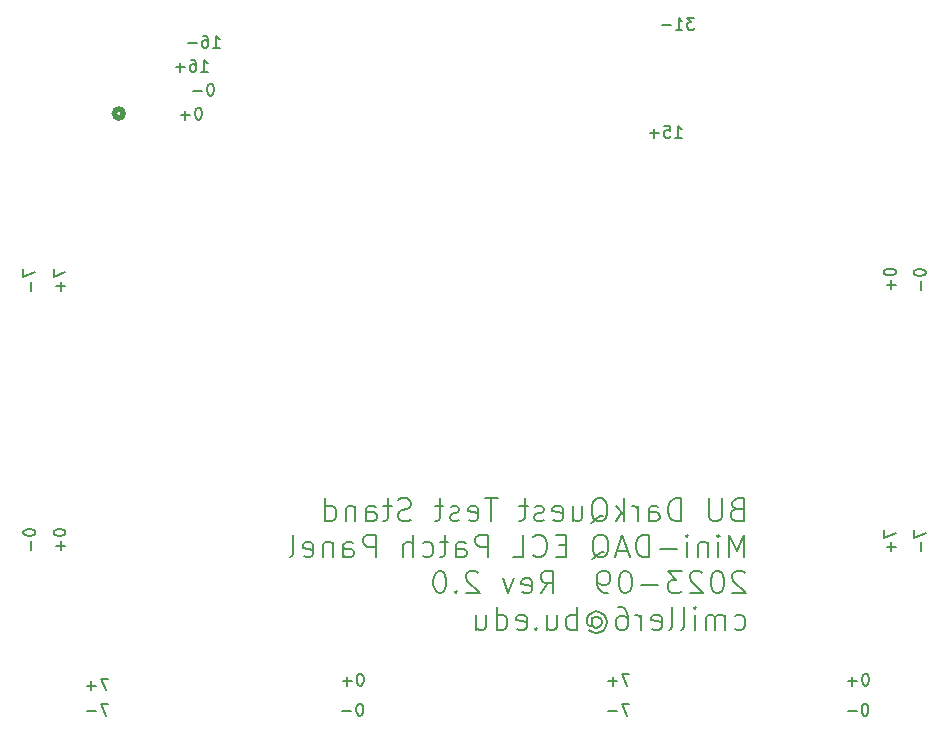
<source format=gbr>
%TF.GenerationSoftware,KiCad,Pcbnew,7.0.5-0*%
%TF.CreationDate,2023-09-20T16:50:09-04:00*%
%TF.ProjectId,patchpanel,70617463-6870-4616-9e65-6c2e6b696361,2.0*%
%TF.SameCoordinates,Original*%
%TF.FileFunction,Legend,Bot*%
%TF.FilePolarity,Positive*%
%FSLAX46Y46*%
G04 Gerber Fmt 4.6, Leading zero omitted, Abs format (unit mm)*
G04 Created by KiCad (PCBNEW 7.0.5-0) date 2023-09-20 16:50:09*
%MOMM*%
%LPD*%
G01*
G04 APERTURE LIST*
%ADD10C,0.150000*%
%ADD11C,0.203200*%
%ADD12C,0.508000*%
G04 APERTURE END LIST*
D10*
X116995411Y-69465819D02*
X117566839Y-69465819D01*
X117281125Y-69465819D02*
X117281125Y-68465819D01*
X117281125Y-68465819D02*
X117376363Y-68608676D01*
X117376363Y-68608676D02*
X117471601Y-68703914D01*
X117471601Y-68703914D02*
X117566839Y-68751533D01*
X116090649Y-68465819D02*
X116566839Y-68465819D01*
X116566839Y-68465819D02*
X116614458Y-68942009D01*
X116614458Y-68942009D02*
X116566839Y-68894390D01*
X116566839Y-68894390D02*
X116471601Y-68846771D01*
X116471601Y-68846771D02*
X116233506Y-68846771D01*
X116233506Y-68846771D02*
X116138268Y-68894390D01*
X116138268Y-68894390D02*
X116090649Y-68942009D01*
X116090649Y-68942009D02*
X116043030Y-69037247D01*
X116043030Y-69037247D02*
X116043030Y-69275342D01*
X116043030Y-69275342D02*
X116090649Y-69370580D01*
X116090649Y-69370580D02*
X116138268Y-69418200D01*
X116138268Y-69418200D02*
X116233506Y-69465819D01*
X116233506Y-69465819D02*
X116471601Y-69465819D01*
X116471601Y-69465819D02*
X116566839Y-69418200D01*
X116566839Y-69418200D02*
X116614458Y-69370580D01*
X115614458Y-69084866D02*
X114852554Y-69084866D01*
X115233506Y-69465819D02*
X115233506Y-68703914D01*
X77879411Y-61845819D02*
X78450839Y-61845819D01*
X78165125Y-61845819D02*
X78165125Y-60845819D01*
X78165125Y-60845819D02*
X78260363Y-60988676D01*
X78260363Y-60988676D02*
X78355601Y-61083914D01*
X78355601Y-61083914D02*
X78450839Y-61131533D01*
X77022268Y-60845819D02*
X77212744Y-60845819D01*
X77212744Y-60845819D02*
X77307982Y-60893438D01*
X77307982Y-60893438D02*
X77355601Y-60941057D01*
X77355601Y-60941057D02*
X77450839Y-61083914D01*
X77450839Y-61083914D02*
X77498458Y-61274390D01*
X77498458Y-61274390D02*
X77498458Y-61655342D01*
X77498458Y-61655342D02*
X77450839Y-61750580D01*
X77450839Y-61750580D02*
X77403220Y-61798200D01*
X77403220Y-61798200D02*
X77307982Y-61845819D01*
X77307982Y-61845819D02*
X77117506Y-61845819D01*
X77117506Y-61845819D02*
X77022268Y-61798200D01*
X77022268Y-61798200D02*
X76974649Y-61750580D01*
X76974649Y-61750580D02*
X76927030Y-61655342D01*
X76927030Y-61655342D02*
X76927030Y-61417247D01*
X76927030Y-61417247D02*
X76974649Y-61322009D01*
X76974649Y-61322009D02*
X77022268Y-61274390D01*
X77022268Y-61274390D02*
X77117506Y-61226771D01*
X77117506Y-61226771D02*
X77307982Y-61226771D01*
X77307982Y-61226771D02*
X77403220Y-61274390D01*
X77403220Y-61274390D02*
X77450839Y-61322009D01*
X77450839Y-61322009D02*
X77498458Y-61417247D01*
X76498458Y-61464866D02*
X75736554Y-61464866D01*
X76688744Y-66941819D02*
X76593506Y-66941819D01*
X76593506Y-66941819D02*
X76498268Y-66989438D01*
X76498268Y-66989438D02*
X76450649Y-67037057D01*
X76450649Y-67037057D02*
X76403030Y-67132295D01*
X76403030Y-67132295D02*
X76355411Y-67322771D01*
X76355411Y-67322771D02*
X76355411Y-67560866D01*
X76355411Y-67560866D02*
X76403030Y-67751342D01*
X76403030Y-67751342D02*
X76450649Y-67846580D01*
X76450649Y-67846580D02*
X76498268Y-67894200D01*
X76498268Y-67894200D02*
X76593506Y-67941819D01*
X76593506Y-67941819D02*
X76688744Y-67941819D01*
X76688744Y-67941819D02*
X76783982Y-67894200D01*
X76783982Y-67894200D02*
X76831601Y-67846580D01*
X76831601Y-67846580D02*
X76879220Y-67751342D01*
X76879220Y-67751342D02*
X76926839Y-67560866D01*
X76926839Y-67560866D02*
X76926839Y-67322771D01*
X76926839Y-67322771D02*
X76879220Y-67132295D01*
X76879220Y-67132295D02*
X76831601Y-67037057D01*
X76831601Y-67037057D02*
X76783982Y-66989438D01*
X76783982Y-66989438D02*
X76688744Y-66941819D01*
X75926839Y-67560866D02*
X75164935Y-67560866D01*
X75545887Y-67941819D02*
X75545887Y-67179914D01*
X118630458Y-59321819D02*
X118011411Y-59321819D01*
X118011411Y-59321819D02*
X118344744Y-59702771D01*
X118344744Y-59702771D02*
X118201887Y-59702771D01*
X118201887Y-59702771D02*
X118106649Y-59750390D01*
X118106649Y-59750390D02*
X118059030Y-59798009D01*
X118059030Y-59798009D02*
X118011411Y-59893247D01*
X118011411Y-59893247D02*
X118011411Y-60131342D01*
X118011411Y-60131342D02*
X118059030Y-60226580D01*
X118059030Y-60226580D02*
X118106649Y-60274200D01*
X118106649Y-60274200D02*
X118201887Y-60321819D01*
X118201887Y-60321819D02*
X118487601Y-60321819D01*
X118487601Y-60321819D02*
X118582839Y-60274200D01*
X118582839Y-60274200D02*
X118630458Y-60226580D01*
X117059030Y-60321819D02*
X117630458Y-60321819D01*
X117344744Y-60321819D02*
X117344744Y-59321819D01*
X117344744Y-59321819D02*
X117439982Y-59464676D01*
X117439982Y-59464676D02*
X117535220Y-59559914D01*
X117535220Y-59559914D02*
X117630458Y-59607533D01*
X116630458Y-59940866D02*
X115868554Y-59940866D01*
X77704744Y-64909819D02*
X77609506Y-64909819D01*
X77609506Y-64909819D02*
X77514268Y-64957438D01*
X77514268Y-64957438D02*
X77466649Y-65005057D01*
X77466649Y-65005057D02*
X77419030Y-65100295D01*
X77419030Y-65100295D02*
X77371411Y-65290771D01*
X77371411Y-65290771D02*
X77371411Y-65528866D01*
X77371411Y-65528866D02*
X77419030Y-65719342D01*
X77419030Y-65719342D02*
X77466649Y-65814580D01*
X77466649Y-65814580D02*
X77514268Y-65862200D01*
X77514268Y-65862200D02*
X77609506Y-65909819D01*
X77609506Y-65909819D02*
X77704744Y-65909819D01*
X77704744Y-65909819D02*
X77799982Y-65862200D01*
X77799982Y-65862200D02*
X77847601Y-65814580D01*
X77847601Y-65814580D02*
X77895220Y-65719342D01*
X77895220Y-65719342D02*
X77942839Y-65528866D01*
X77942839Y-65528866D02*
X77942839Y-65290771D01*
X77942839Y-65290771D02*
X77895220Y-65100295D01*
X77895220Y-65100295D02*
X77847601Y-65005057D01*
X77847601Y-65005057D02*
X77799982Y-64957438D01*
X77799982Y-64957438D02*
X77704744Y-64909819D01*
X76942839Y-65528866D02*
X76180935Y-65528866D01*
D11*
X122221744Y-100936290D02*
X121949601Y-101027004D01*
X121949601Y-101027004D02*
X121858887Y-101117718D01*
X121858887Y-101117718D02*
X121768173Y-101299147D01*
X121768173Y-101299147D02*
X121768173Y-101571290D01*
X121768173Y-101571290D02*
X121858887Y-101752718D01*
X121858887Y-101752718D02*
X121949601Y-101843433D01*
X121949601Y-101843433D02*
X122131030Y-101934147D01*
X122131030Y-101934147D02*
X122856744Y-101934147D01*
X122856744Y-101934147D02*
X122856744Y-100029147D01*
X122856744Y-100029147D02*
X122221744Y-100029147D01*
X122221744Y-100029147D02*
X122040316Y-100119861D01*
X122040316Y-100119861D02*
X121949601Y-100210575D01*
X121949601Y-100210575D02*
X121858887Y-100392004D01*
X121858887Y-100392004D02*
X121858887Y-100573433D01*
X121858887Y-100573433D02*
X121949601Y-100754861D01*
X121949601Y-100754861D02*
X122040316Y-100845575D01*
X122040316Y-100845575D02*
X122221744Y-100936290D01*
X122221744Y-100936290D02*
X122856744Y-100936290D01*
X120951744Y-100029147D02*
X120951744Y-101571290D01*
X120951744Y-101571290D02*
X120861030Y-101752718D01*
X120861030Y-101752718D02*
X120770316Y-101843433D01*
X120770316Y-101843433D02*
X120588887Y-101934147D01*
X120588887Y-101934147D02*
X120226030Y-101934147D01*
X120226030Y-101934147D02*
X120044601Y-101843433D01*
X120044601Y-101843433D02*
X119953887Y-101752718D01*
X119953887Y-101752718D02*
X119863173Y-101571290D01*
X119863173Y-101571290D02*
X119863173Y-100029147D01*
X117504601Y-101934147D02*
X117504601Y-100029147D01*
X117504601Y-100029147D02*
X117051030Y-100029147D01*
X117051030Y-100029147D02*
X116778887Y-100119861D01*
X116778887Y-100119861D02*
X116597458Y-100301290D01*
X116597458Y-100301290D02*
X116506744Y-100482718D01*
X116506744Y-100482718D02*
X116416030Y-100845575D01*
X116416030Y-100845575D02*
X116416030Y-101117718D01*
X116416030Y-101117718D02*
X116506744Y-101480575D01*
X116506744Y-101480575D02*
X116597458Y-101662004D01*
X116597458Y-101662004D02*
X116778887Y-101843433D01*
X116778887Y-101843433D02*
X117051030Y-101934147D01*
X117051030Y-101934147D02*
X117504601Y-101934147D01*
X114783173Y-101934147D02*
X114783173Y-100936290D01*
X114783173Y-100936290D02*
X114873887Y-100754861D01*
X114873887Y-100754861D02*
X115055315Y-100664147D01*
X115055315Y-100664147D02*
X115418173Y-100664147D01*
X115418173Y-100664147D02*
X115599601Y-100754861D01*
X114783173Y-101843433D02*
X114964601Y-101934147D01*
X114964601Y-101934147D02*
X115418173Y-101934147D01*
X115418173Y-101934147D02*
X115599601Y-101843433D01*
X115599601Y-101843433D02*
X115690315Y-101662004D01*
X115690315Y-101662004D02*
X115690315Y-101480575D01*
X115690315Y-101480575D02*
X115599601Y-101299147D01*
X115599601Y-101299147D02*
X115418173Y-101208433D01*
X115418173Y-101208433D02*
X114964601Y-101208433D01*
X114964601Y-101208433D02*
X114783173Y-101117718D01*
X113876030Y-101934147D02*
X113876030Y-100664147D01*
X113876030Y-101027004D02*
X113785316Y-100845575D01*
X113785316Y-100845575D02*
X113694602Y-100754861D01*
X113694602Y-100754861D02*
X113513173Y-100664147D01*
X113513173Y-100664147D02*
X113331744Y-100664147D01*
X112696744Y-101934147D02*
X112696744Y-100029147D01*
X112515316Y-101208433D02*
X111971030Y-101934147D01*
X111971030Y-100664147D02*
X112696744Y-101389861D01*
X109884601Y-102115575D02*
X110066030Y-102024861D01*
X110066030Y-102024861D02*
X110247458Y-101843433D01*
X110247458Y-101843433D02*
X110519601Y-101571290D01*
X110519601Y-101571290D02*
X110701030Y-101480575D01*
X110701030Y-101480575D02*
X110882458Y-101480575D01*
X110791744Y-101934147D02*
X110973173Y-101843433D01*
X110973173Y-101843433D02*
X111154601Y-101662004D01*
X111154601Y-101662004D02*
X111245315Y-101299147D01*
X111245315Y-101299147D02*
X111245315Y-100664147D01*
X111245315Y-100664147D02*
X111154601Y-100301290D01*
X111154601Y-100301290D02*
X110973173Y-100119861D01*
X110973173Y-100119861D02*
X110791744Y-100029147D01*
X110791744Y-100029147D02*
X110428887Y-100029147D01*
X110428887Y-100029147D02*
X110247458Y-100119861D01*
X110247458Y-100119861D02*
X110066030Y-100301290D01*
X110066030Y-100301290D02*
X109975315Y-100664147D01*
X109975315Y-100664147D02*
X109975315Y-101299147D01*
X109975315Y-101299147D02*
X110066030Y-101662004D01*
X110066030Y-101662004D02*
X110247458Y-101843433D01*
X110247458Y-101843433D02*
X110428887Y-101934147D01*
X110428887Y-101934147D02*
X110791744Y-101934147D01*
X108342459Y-100664147D02*
X108342459Y-101934147D01*
X109158887Y-100664147D02*
X109158887Y-101662004D01*
X109158887Y-101662004D02*
X109068173Y-101843433D01*
X109068173Y-101843433D02*
X108886744Y-101934147D01*
X108886744Y-101934147D02*
X108614601Y-101934147D01*
X108614601Y-101934147D02*
X108433173Y-101843433D01*
X108433173Y-101843433D02*
X108342459Y-101752718D01*
X106709602Y-101843433D02*
X106891030Y-101934147D01*
X106891030Y-101934147D02*
X107253888Y-101934147D01*
X107253888Y-101934147D02*
X107435316Y-101843433D01*
X107435316Y-101843433D02*
X107526030Y-101662004D01*
X107526030Y-101662004D02*
X107526030Y-100936290D01*
X107526030Y-100936290D02*
X107435316Y-100754861D01*
X107435316Y-100754861D02*
X107253888Y-100664147D01*
X107253888Y-100664147D02*
X106891030Y-100664147D01*
X106891030Y-100664147D02*
X106709602Y-100754861D01*
X106709602Y-100754861D02*
X106618888Y-100936290D01*
X106618888Y-100936290D02*
X106618888Y-101117718D01*
X106618888Y-101117718D02*
X107526030Y-101299147D01*
X105893173Y-101843433D02*
X105711745Y-101934147D01*
X105711745Y-101934147D02*
X105348888Y-101934147D01*
X105348888Y-101934147D02*
X105167459Y-101843433D01*
X105167459Y-101843433D02*
X105076745Y-101662004D01*
X105076745Y-101662004D02*
X105076745Y-101571290D01*
X105076745Y-101571290D02*
X105167459Y-101389861D01*
X105167459Y-101389861D02*
X105348888Y-101299147D01*
X105348888Y-101299147D02*
X105621031Y-101299147D01*
X105621031Y-101299147D02*
X105802459Y-101208433D01*
X105802459Y-101208433D02*
X105893173Y-101027004D01*
X105893173Y-101027004D02*
X105893173Y-100936290D01*
X105893173Y-100936290D02*
X105802459Y-100754861D01*
X105802459Y-100754861D02*
X105621031Y-100664147D01*
X105621031Y-100664147D02*
X105348888Y-100664147D01*
X105348888Y-100664147D02*
X105167459Y-100754861D01*
X104532459Y-100664147D02*
X103806745Y-100664147D01*
X104260316Y-100029147D02*
X104260316Y-101662004D01*
X104260316Y-101662004D02*
X104169602Y-101843433D01*
X104169602Y-101843433D02*
X103988173Y-101934147D01*
X103988173Y-101934147D02*
X103806745Y-101934147D01*
X101992459Y-100029147D02*
X100903888Y-100029147D01*
X101448173Y-101934147D02*
X101448173Y-100029147D01*
X99543173Y-101843433D02*
X99724601Y-101934147D01*
X99724601Y-101934147D02*
X100087459Y-101934147D01*
X100087459Y-101934147D02*
X100268887Y-101843433D01*
X100268887Y-101843433D02*
X100359601Y-101662004D01*
X100359601Y-101662004D02*
X100359601Y-100936290D01*
X100359601Y-100936290D02*
X100268887Y-100754861D01*
X100268887Y-100754861D02*
X100087459Y-100664147D01*
X100087459Y-100664147D02*
X99724601Y-100664147D01*
X99724601Y-100664147D02*
X99543173Y-100754861D01*
X99543173Y-100754861D02*
X99452459Y-100936290D01*
X99452459Y-100936290D02*
X99452459Y-101117718D01*
X99452459Y-101117718D02*
X100359601Y-101299147D01*
X98726744Y-101843433D02*
X98545316Y-101934147D01*
X98545316Y-101934147D02*
X98182459Y-101934147D01*
X98182459Y-101934147D02*
X98001030Y-101843433D01*
X98001030Y-101843433D02*
X97910316Y-101662004D01*
X97910316Y-101662004D02*
X97910316Y-101571290D01*
X97910316Y-101571290D02*
X98001030Y-101389861D01*
X98001030Y-101389861D02*
X98182459Y-101299147D01*
X98182459Y-101299147D02*
X98454602Y-101299147D01*
X98454602Y-101299147D02*
X98636030Y-101208433D01*
X98636030Y-101208433D02*
X98726744Y-101027004D01*
X98726744Y-101027004D02*
X98726744Y-100936290D01*
X98726744Y-100936290D02*
X98636030Y-100754861D01*
X98636030Y-100754861D02*
X98454602Y-100664147D01*
X98454602Y-100664147D02*
X98182459Y-100664147D01*
X98182459Y-100664147D02*
X98001030Y-100754861D01*
X97366030Y-100664147D02*
X96640316Y-100664147D01*
X97093887Y-100029147D02*
X97093887Y-101662004D01*
X97093887Y-101662004D02*
X97003173Y-101843433D01*
X97003173Y-101843433D02*
X96821744Y-101934147D01*
X96821744Y-101934147D02*
X96640316Y-101934147D01*
X94644601Y-101843433D02*
X94372459Y-101934147D01*
X94372459Y-101934147D02*
X93918887Y-101934147D01*
X93918887Y-101934147D02*
X93737459Y-101843433D01*
X93737459Y-101843433D02*
X93646744Y-101752718D01*
X93646744Y-101752718D02*
X93556030Y-101571290D01*
X93556030Y-101571290D02*
X93556030Y-101389861D01*
X93556030Y-101389861D02*
X93646744Y-101208433D01*
X93646744Y-101208433D02*
X93737459Y-101117718D01*
X93737459Y-101117718D02*
X93918887Y-101027004D01*
X93918887Y-101027004D02*
X94281744Y-100936290D01*
X94281744Y-100936290D02*
X94463173Y-100845575D01*
X94463173Y-100845575D02*
X94553887Y-100754861D01*
X94553887Y-100754861D02*
X94644601Y-100573433D01*
X94644601Y-100573433D02*
X94644601Y-100392004D01*
X94644601Y-100392004D02*
X94553887Y-100210575D01*
X94553887Y-100210575D02*
X94463173Y-100119861D01*
X94463173Y-100119861D02*
X94281744Y-100029147D01*
X94281744Y-100029147D02*
X93828173Y-100029147D01*
X93828173Y-100029147D02*
X93556030Y-100119861D01*
X93011744Y-100664147D02*
X92286030Y-100664147D01*
X92739601Y-100029147D02*
X92739601Y-101662004D01*
X92739601Y-101662004D02*
X92648887Y-101843433D01*
X92648887Y-101843433D02*
X92467458Y-101934147D01*
X92467458Y-101934147D02*
X92286030Y-101934147D01*
X90834602Y-101934147D02*
X90834602Y-100936290D01*
X90834602Y-100936290D02*
X90925316Y-100754861D01*
X90925316Y-100754861D02*
X91106744Y-100664147D01*
X91106744Y-100664147D02*
X91469602Y-100664147D01*
X91469602Y-100664147D02*
X91651030Y-100754861D01*
X90834602Y-101843433D02*
X91016030Y-101934147D01*
X91016030Y-101934147D02*
X91469602Y-101934147D01*
X91469602Y-101934147D02*
X91651030Y-101843433D01*
X91651030Y-101843433D02*
X91741744Y-101662004D01*
X91741744Y-101662004D02*
X91741744Y-101480575D01*
X91741744Y-101480575D02*
X91651030Y-101299147D01*
X91651030Y-101299147D02*
X91469602Y-101208433D01*
X91469602Y-101208433D02*
X91016030Y-101208433D01*
X91016030Y-101208433D02*
X90834602Y-101117718D01*
X89927459Y-100664147D02*
X89927459Y-101934147D01*
X89927459Y-100845575D02*
X89836745Y-100754861D01*
X89836745Y-100754861D02*
X89655316Y-100664147D01*
X89655316Y-100664147D02*
X89383173Y-100664147D01*
X89383173Y-100664147D02*
X89201745Y-100754861D01*
X89201745Y-100754861D02*
X89111031Y-100936290D01*
X89111031Y-100936290D02*
X89111031Y-101934147D01*
X87387460Y-101934147D02*
X87387460Y-100029147D01*
X87387460Y-101843433D02*
X87568888Y-101934147D01*
X87568888Y-101934147D02*
X87931745Y-101934147D01*
X87931745Y-101934147D02*
X88113174Y-101843433D01*
X88113174Y-101843433D02*
X88203888Y-101752718D01*
X88203888Y-101752718D02*
X88294602Y-101571290D01*
X88294602Y-101571290D02*
X88294602Y-101027004D01*
X88294602Y-101027004D02*
X88203888Y-100845575D01*
X88203888Y-100845575D02*
X88113174Y-100754861D01*
X88113174Y-100754861D02*
X87931745Y-100664147D01*
X87931745Y-100664147D02*
X87568888Y-100664147D01*
X87568888Y-100664147D02*
X87387460Y-100754861D01*
X122856744Y-105001197D02*
X122856744Y-103096197D01*
X122856744Y-103096197D02*
X122221744Y-104456911D01*
X122221744Y-104456911D02*
X121586744Y-103096197D01*
X121586744Y-103096197D02*
X121586744Y-105001197D01*
X120679601Y-105001197D02*
X120679601Y-103731197D01*
X120679601Y-103096197D02*
X120770315Y-103186911D01*
X120770315Y-103186911D02*
X120679601Y-103277625D01*
X120679601Y-103277625D02*
X120588887Y-103186911D01*
X120588887Y-103186911D02*
X120679601Y-103096197D01*
X120679601Y-103096197D02*
X120679601Y-103277625D01*
X119772458Y-103731197D02*
X119772458Y-105001197D01*
X119772458Y-103912625D02*
X119681744Y-103821911D01*
X119681744Y-103821911D02*
X119500315Y-103731197D01*
X119500315Y-103731197D02*
X119228172Y-103731197D01*
X119228172Y-103731197D02*
X119046744Y-103821911D01*
X119046744Y-103821911D02*
X118956030Y-104003340D01*
X118956030Y-104003340D02*
X118956030Y-105001197D01*
X118048887Y-105001197D02*
X118048887Y-103731197D01*
X118048887Y-103096197D02*
X118139601Y-103186911D01*
X118139601Y-103186911D02*
X118048887Y-103277625D01*
X118048887Y-103277625D02*
X117958173Y-103186911D01*
X117958173Y-103186911D02*
X118048887Y-103096197D01*
X118048887Y-103096197D02*
X118048887Y-103277625D01*
X117141744Y-104275483D02*
X115690316Y-104275483D01*
X114783173Y-105001197D02*
X114783173Y-103096197D01*
X114783173Y-103096197D02*
X114329602Y-103096197D01*
X114329602Y-103096197D02*
X114057459Y-103186911D01*
X114057459Y-103186911D02*
X113876030Y-103368340D01*
X113876030Y-103368340D02*
X113785316Y-103549768D01*
X113785316Y-103549768D02*
X113694602Y-103912625D01*
X113694602Y-103912625D02*
X113694602Y-104184768D01*
X113694602Y-104184768D02*
X113785316Y-104547625D01*
X113785316Y-104547625D02*
X113876030Y-104729054D01*
X113876030Y-104729054D02*
X114057459Y-104910483D01*
X114057459Y-104910483D02*
X114329602Y-105001197D01*
X114329602Y-105001197D02*
X114783173Y-105001197D01*
X112968887Y-104456911D02*
X112061745Y-104456911D01*
X113150316Y-105001197D02*
X112515316Y-103096197D01*
X112515316Y-103096197D02*
X111880316Y-105001197D01*
X109975316Y-105182625D02*
X110156745Y-105091911D01*
X110156745Y-105091911D02*
X110338173Y-104910483D01*
X110338173Y-104910483D02*
X110610316Y-104638340D01*
X110610316Y-104638340D02*
X110791745Y-104547625D01*
X110791745Y-104547625D02*
X110973173Y-104547625D01*
X110882459Y-105001197D02*
X111063888Y-104910483D01*
X111063888Y-104910483D02*
X111245316Y-104729054D01*
X111245316Y-104729054D02*
X111336030Y-104366197D01*
X111336030Y-104366197D02*
X111336030Y-103731197D01*
X111336030Y-103731197D02*
X111245316Y-103368340D01*
X111245316Y-103368340D02*
X111063888Y-103186911D01*
X111063888Y-103186911D02*
X110882459Y-103096197D01*
X110882459Y-103096197D02*
X110519602Y-103096197D01*
X110519602Y-103096197D02*
X110338173Y-103186911D01*
X110338173Y-103186911D02*
X110156745Y-103368340D01*
X110156745Y-103368340D02*
X110066030Y-103731197D01*
X110066030Y-103731197D02*
X110066030Y-104366197D01*
X110066030Y-104366197D02*
X110156745Y-104729054D01*
X110156745Y-104729054D02*
X110338173Y-104910483D01*
X110338173Y-104910483D02*
X110519602Y-105001197D01*
X110519602Y-105001197D02*
X110882459Y-105001197D01*
X107798173Y-104003340D02*
X107163173Y-104003340D01*
X106891030Y-105001197D02*
X107798173Y-105001197D01*
X107798173Y-105001197D02*
X107798173Y-103096197D01*
X107798173Y-103096197D02*
X106891030Y-103096197D01*
X104986031Y-104819768D02*
X105076745Y-104910483D01*
X105076745Y-104910483D02*
X105348888Y-105001197D01*
X105348888Y-105001197D02*
X105530316Y-105001197D01*
X105530316Y-105001197D02*
X105802459Y-104910483D01*
X105802459Y-104910483D02*
X105983888Y-104729054D01*
X105983888Y-104729054D02*
X106074602Y-104547625D01*
X106074602Y-104547625D02*
X106165316Y-104184768D01*
X106165316Y-104184768D02*
X106165316Y-103912625D01*
X106165316Y-103912625D02*
X106074602Y-103549768D01*
X106074602Y-103549768D02*
X105983888Y-103368340D01*
X105983888Y-103368340D02*
X105802459Y-103186911D01*
X105802459Y-103186911D02*
X105530316Y-103096197D01*
X105530316Y-103096197D02*
X105348888Y-103096197D01*
X105348888Y-103096197D02*
X105076745Y-103186911D01*
X105076745Y-103186911D02*
X104986031Y-103277625D01*
X103262459Y-105001197D02*
X104169602Y-105001197D01*
X104169602Y-105001197D02*
X104169602Y-103096197D01*
X101176030Y-105001197D02*
X101176030Y-103096197D01*
X101176030Y-103096197D02*
X100450316Y-103096197D01*
X100450316Y-103096197D02*
X100268887Y-103186911D01*
X100268887Y-103186911D02*
X100178173Y-103277625D01*
X100178173Y-103277625D02*
X100087459Y-103459054D01*
X100087459Y-103459054D02*
X100087459Y-103731197D01*
X100087459Y-103731197D02*
X100178173Y-103912625D01*
X100178173Y-103912625D02*
X100268887Y-104003340D01*
X100268887Y-104003340D02*
X100450316Y-104094054D01*
X100450316Y-104094054D02*
X101176030Y-104094054D01*
X98454602Y-105001197D02*
X98454602Y-104003340D01*
X98454602Y-104003340D02*
X98545316Y-103821911D01*
X98545316Y-103821911D02*
X98726744Y-103731197D01*
X98726744Y-103731197D02*
X99089602Y-103731197D01*
X99089602Y-103731197D02*
X99271030Y-103821911D01*
X98454602Y-104910483D02*
X98636030Y-105001197D01*
X98636030Y-105001197D02*
X99089602Y-105001197D01*
X99089602Y-105001197D02*
X99271030Y-104910483D01*
X99271030Y-104910483D02*
X99361744Y-104729054D01*
X99361744Y-104729054D02*
X99361744Y-104547625D01*
X99361744Y-104547625D02*
X99271030Y-104366197D01*
X99271030Y-104366197D02*
X99089602Y-104275483D01*
X99089602Y-104275483D02*
X98636030Y-104275483D01*
X98636030Y-104275483D02*
X98454602Y-104184768D01*
X97819602Y-103731197D02*
X97093888Y-103731197D01*
X97547459Y-103096197D02*
X97547459Y-104729054D01*
X97547459Y-104729054D02*
X97456745Y-104910483D01*
X97456745Y-104910483D02*
X97275316Y-105001197D01*
X97275316Y-105001197D02*
X97093888Y-105001197D01*
X95642460Y-104910483D02*
X95823888Y-105001197D01*
X95823888Y-105001197D02*
X96186745Y-105001197D01*
X96186745Y-105001197D02*
X96368174Y-104910483D01*
X96368174Y-104910483D02*
X96458888Y-104819768D01*
X96458888Y-104819768D02*
X96549602Y-104638340D01*
X96549602Y-104638340D02*
X96549602Y-104094054D01*
X96549602Y-104094054D02*
X96458888Y-103912625D01*
X96458888Y-103912625D02*
X96368174Y-103821911D01*
X96368174Y-103821911D02*
X96186745Y-103731197D01*
X96186745Y-103731197D02*
X95823888Y-103731197D01*
X95823888Y-103731197D02*
X95642460Y-103821911D01*
X94826031Y-105001197D02*
X94826031Y-103096197D01*
X94009603Y-105001197D02*
X94009603Y-104003340D01*
X94009603Y-104003340D02*
X94100317Y-103821911D01*
X94100317Y-103821911D02*
X94281745Y-103731197D01*
X94281745Y-103731197D02*
X94553888Y-103731197D01*
X94553888Y-103731197D02*
X94735317Y-103821911D01*
X94735317Y-103821911D02*
X94826031Y-103912625D01*
X91651031Y-105001197D02*
X91651031Y-103096197D01*
X91651031Y-103096197D02*
X90925317Y-103096197D01*
X90925317Y-103096197D02*
X90743888Y-103186911D01*
X90743888Y-103186911D02*
X90653174Y-103277625D01*
X90653174Y-103277625D02*
X90562460Y-103459054D01*
X90562460Y-103459054D02*
X90562460Y-103731197D01*
X90562460Y-103731197D02*
X90653174Y-103912625D01*
X90653174Y-103912625D02*
X90743888Y-104003340D01*
X90743888Y-104003340D02*
X90925317Y-104094054D01*
X90925317Y-104094054D02*
X91651031Y-104094054D01*
X88929603Y-105001197D02*
X88929603Y-104003340D01*
X88929603Y-104003340D02*
X89020317Y-103821911D01*
X89020317Y-103821911D02*
X89201745Y-103731197D01*
X89201745Y-103731197D02*
X89564603Y-103731197D01*
X89564603Y-103731197D02*
X89746031Y-103821911D01*
X88929603Y-104910483D02*
X89111031Y-105001197D01*
X89111031Y-105001197D02*
X89564603Y-105001197D01*
X89564603Y-105001197D02*
X89746031Y-104910483D01*
X89746031Y-104910483D02*
X89836745Y-104729054D01*
X89836745Y-104729054D02*
X89836745Y-104547625D01*
X89836745Y-104547625D02*
X89746031Y-104366197D01*
X89746031Y-104366197D02*
X89564603Y-104275483D01*
X89564603Y-104275483D02*
X89111031Y-104275483D01*
X89111031Y-104275483D02*
X88929603Y-104184768D01*
X88022460Y-103731197D02*
X88022460Y-105001197D01*
X88022460Y-103912625D02*
X87931746Y-103821911D01*
X87931746Y-103821911D02*
X87750317Y-103731197D01*
X87750317Y-103731197D02*
X87478174Y-103731197D01*
X87478174Y-103731197D02*
X87296746Y-103821911D01*
X87296746Y-103821911D02*
X87206032Y-104003340D01*
X87206032Y-104003340D02*
X87206032Y-105001197D01*
X85573175Y-104910483D02*
X85754603Y-105001197D01*
X85754603Y-105001197D02*
X86117461Y-105001197D01*
X86117461Y-105001197D02*
X86298889Y-104910483D01*
X86298889Y-104910483D02*
X86389603Y-104729054D01*
X86389603Y-104729054D02*
X86389603Y-104003340D01*
X86389603Y-104003340D02*
X86298889Y-103821911D01*
X86298889Y-103821911D02*
X86117461Y-103731197D01*
X86117461Y-103731197D02*
X85754603Y-103731197D01*
X85754603Y-103731197D02*
X85573175Y-103821911D01*
X85573175Y-103821911D02*
X85482461Y-104003340D01*
X85482461Y-104003340D02*
X85482461Y-104184768D01*
X85482461Y-104184768D02*
X86389603Y-104366197D01*
X84393889Y-105001197D02*
X84575318Y-104910483D01*
X84575318Y-104910483D02*
X84666032Y-104729054D01*
X84666032Y-104729054D02*
X84666032Y-103096197D01*
X122947458Y-106344675D02*
X122856744Y-106253961D01*
X122856744Y-106253961D02*
X122675316Y-106163247D01*
X122675316Y-106163247D02*
X122221744Y-106163247D01*
X122221744Y-106163247D02*
X122040316Y-106253961D01*
X122040316Y-106253961D02*
X121949601Y-106344675D01*
X121949601Y-106344675D02*
X121858887Y-106526104D01*
X121858887Y-106526104D02*
X121858887Y-106707533D01*
X121858887Y-106707533D02*
X121949601Y-106979675D01*
X121949601Y-106979675D02*
X123038173Y-108068247D01*
X123038173Y-108068247D02*
X121858887Y-108068247D01*
X120679601Y-106163247D02*
X120498172Y-106163247D01*
X120498172Y-106163247D02*
X120316744Y-106253961D01*
X120316744Y-106253961D02*
X120226030Y-106344675D01*
X120226030Y-106344675D02*
X120135315Y-106526104D01*
X120135315Y-106526104D02*
X120044601Y-106888961D01*
X120044601Y-106888961D02*
X120044601Y-107342533D01*
X120044601Y-107342533D02*
X120135315Y-107705390D01*
X120135315Y-107705390D02*
X120226030Y-107886818D01*
X120226030Y-107886818D02*
X120316744Y-107977533D01*
X120316744Y-107977533D02*
X120498172Y-108068247D01*
X120498172Y-108068247D02*
X120679601Y-108068247D01*
X120679601Y-108068247D02*
X120861030Y-107977533D01*
X120861030Y-107977533D02*
X120951744Y-107886818D01*
X120951744Y-107886818D02*
X121042458Y-107705390D01*
X121042458Y-107705390D02*
X121133172Y-107342533D01*
X121133172Y-107342533D02*
X121133172Y-106888961D01*
X121133172Y-106888961D02*
X121042458Y-106526104D01*
X121042458Y-106526104D02*
X120951744Y-106344675D01*
X120951744Y-106344675D02*
X120861030Y-106253961D01*
X120861030Y-106253961D02*
X120679601Y-106163247D01*
X119318886Y-106344675D02*
X119228172Y-106253961D01*
X119228172Y-106253961D02*
X119046744Y-106163247D01*
X119046744Y-106163247D02*
X118593172Y-106163247D01*
X118593172Y-106163247D02*
X118411744Y-106253961D01*
X118411744Y-106253961D02*
X118321029Y-106344675D01*
X118321029Y-106344675D02*
X118230315Y-106526104D01*
X118230315Y-106526104D02*
X118230315Y-106707533D01*
X118230315Y-106707533D02*
X118321029Y-106979675D01*
X118321029Y-106979675D02*
X119409601Y-108068247D01*
X119409601Y-108068247D02*
X118230315Y-108068247D01*
X117595315Y-106163247D02*
X116416029Y-106163247D01*
X116416029Y-106163247D02*
X117051029Y-106888961D01*
X117051029Y-106888961D02*
X116778886Y-106888961D01*
X116778886Y-106888961D02*
X116597458Y-106979675D01*
X116597458Y-106979675D02*
X116506743Y-107070390D01*
X116506743Y-107070390D02*
X116416029Y-107251818D01*
X116416029Y-107251818D02*
X116416029Y-107705390D01*
X116416029Y-107705390D02*
X116506743Y-107886818D01*
X116506743Y-107886818D02*
X116597458Y-107977533D01*
X116597458Y-107977533D02*
X116778886Y-108068247D01*
X116778886Y-108068247D02*
X117323172Y-108068247D01*
X117323172Y-108068247D02*
X117504600Y-107977533D01*
X117504600Y-107977533D02*
X117595315Y-107886818D01*
X115599600Y-107342533D02*
X114148172Y-107342533D01*
X112878172Y-106163247D02*
X112696743Y-106163247D01*
X112696743Y-106163247D02*
X112515315Y-106253961D01*
X112515315Y-106253961D02*
X112424601Y-106344675D01*
X112424601Y-106344675D02*
X112333886Y-106526104D01*
X112333886Y-106526104D02*
X112243172Y-106888961D01*
X112243172Y-106888961D02*
X112243172Y-107342533D01*
X112243172Y-107342533D02*
X112333886Y-107705390D01*
X112333886Y-107705390D02*
X112424601Y-107886818D01*
X112424601Y-107886818D02*
X112515315Y-107977533D01*
X112515315Y-107977533D02*
X112696743Y-108068247D01*
X112696743Y-108068247D02*
X112878172Y-108068247D01*
X112878172Y-108068247D02*
X113059601Y-107977533D01*
X113059601Y-107977533D02*
X113150315Y-107886818D01*
X113150315Y-107886818D02*
X113241029Y-107705390D01*
X113241029Y-107705390D02*
X113331743Y-107342533D01*
X113331743Y-107342533D02*
X113331743Y-106888961D01*
X113331743Y-106888961D02*
X113241029Y-106526104D01*
X113241029Y-106526104D02*
X113150315Y-106344675D01*
X113150315Y-106344675D02*
X113059601Y-106253961D01*
X113059601Y-106253961D02*
X112878172Y-106163247D01*
X111336029Y-108068247D02*
X110973172Y-108068247D01*
X110973172Y-108068247D02*
X110791743Y-107977533D01*
X110791743Y-107977533D02*
X110701029Y-107886818D01*
X110701029Y-107886818D02*
X110519600Y-107614675D01*
X110519600Y-107614675D02*
X110428886Y-107251818D01*
X110428886Y-107251818D02*
X110428886Y-106526104D01*
X110428886Y-106526104D02*
X110519600Y-106344675D01*
X110519600Y-106344675D02*
X110610315Y-106253961D01*
X110610315Y-106253961D02*
X110791743Y-106163247D01*
X110791743Y-106163247D02*
X111154600Y-106163247D01*
X111154600Y-106163247D02*
X111336029Y-106253961D01*
X111336029Y-106253961D02*
X111426743Y-106344675D01*
X111426743Y-106344675D02*
X111517457Y-106526104D01*
X111517457Y-106526104D02*
X111517457Y-106979675D01*
X111517457Y-106979675D02*
X111426743Y-107161104D01*
X111426743Y-107161104D02*
X111336029Y-107251818D01*
X111336029Y-107251818D02*
X111154600Y-107342533D01*
X111154600Y-107342533D02*
X110791743Y-107342533D01*
X110791743Y-107342533D02*
X110610315Y-107251818D01*
X110610315Y-107251818D02*
X110519600Y-107161104D01*
X110519600Y-107161104D02*
X110428886Y-106979675D01*
X105621028Y-108068247D02*
X106256028Y-107161104D01*
X106709599Y-108068247D02*
X106709599Y-106163247D01*
X106709599Y-106163247D02*
X105983885Y-106163247D01*
X105983885Y-106163247D02*
X105802456Y-106253961D01*
X105802456Y-106253961D02*
X105711742Y-106344675D01*
X105711742Y-106344675D02*
X105621028Y-106526104D01*
X105621028Y-106526104D02*
X105621028Y-106798247D01*
X105621028Y-106798247D02*
X105711742Y-106979675D01*
X105711742Y-106979675D02*
X105802456Y-107070390D01*
X105802456Y-107070390D02*
X105983885Y-107161104D01*
X105983885Y-107161104D02*
X106709599Y-107161104D01*
X104078885Y-107977533D02*
X104260313Y-108068247D01*
X104260313Y-108068247D02*
X104623171Y-108068247D01*
X104623171Y-108068247D02*
X104804599Y-107977533D01*
X104804599Y-107977533D02*
X104895313Y-107796104D01*
X104895313Y-107796104D02*
X104895313Y-107070390D01*
X104895313Y-107070390D02*
X104804599Y-106888961D01*
X104804599Y-106888961D02*
X104623171Y-106798247D01*
X104623171Y-106798247D02*
X104260313Y-106798247D01*
X104260313Y-106798247D02*
X104078885Y-106888961D01*
X104078885Y-106888961D02*
X103988171Y-107070390D01*
X103988171Y-107070390D02*
X103988171Y-107251818D01*
X103988171Y-107251818D02*
X104895313Y-107433247D01*
X103353171Y-106798247D02*
X102899599Y-108068247D01*
X102899599Y-108068247D02*
X102446028Y-106798247D01*
X100359598Y-106344675D02*
X100268884Y-106253961D01*
X100268884Y-106253961D02*
X100087456Y-106163247D01*
X100087456Y-106163247D02*
X99633884Y-106163247D01*
X99633884Y-106163247D02*
X99452456Y-106253961D01*
X99452456Y-106253961D02*
X99361741Y-106344675D01*
X99361741Y-106344675D02*
X99271027Y-106526104D01*
X99271027Y-106526104D02*
X99271027Y-106707533D01*
X99271027Y-106707533D02*
X99361741Y-106979675D01*
X99361741Y-106979675D02*
X100450313Y-108068247D01*
X100450313Y-108068247D02*
X99271027Y-108068247D01*
X98454598Y-107886818D02*
X98363884Y-107977533D01*
X98363884Y-107977533D02*
X98454598Y-108068247D01*
X98454598Y-108068247D02*
X98545312Y-107977533D01*
X98545312Y-107977533D02*
X98454598Y-107886818D01*
X98454598Y-107886818D02*
X98454598Y-108068247D01*
X97184598Y-106163247D02*
X97003169Y-106163247D01*
X97003169Y-106163247D02*
X96821741Y-106253961D01*
X96821741Y-106253961D02*
X96731027Y-106344675D01*
X96731027Y-106344675D02*
X96640312Y-106526104D01*
X96640312Y-106526104D02*
X96549598Y-106888961D01*
X96549598Y-106888961D02*
X96549598Y-107342533D01*
X96549598Y-107342533D02*
X96640312Y-107705390D01*
X96640312Y-107705390D02*
X96731027Y-107886818D01*
X96731027Y-107886818D02*
X96821741Y-107977533D01*
X96821741Y-107977533D02*
X97003169Y-108068247D01*
X97003169Y-108068247D02*
X97184598Y-108068247D01*
X97184598Y-108068247D02*
X97366027Y-107977533D01*
X97366027Y-107977533D02*
X97456741Y-107886818D01*
X97456741Y-107886818D02*
X97547455Y-107705390D01*
X97547455Y-107705390D02*
X97638169Y-107342533D01*
X97638169Y-107342533D02*
X97638169Y-106888961D01*
X97638169Y-106888961D02*
X97547455Y-106526104D01*
X97547455Y-106526104D02*
X97456741Y-106344675D01*
X97456741Y-106344675D02*
X97366027Y-106253961D01*
X97366027Y-106253961D02*
X97184598Y-106163247D01*
X122040316Y-111044583D02*
X122221744Y-111135297D01*
X122221744Y-111135297D02*
X122584601Y-111135297D01*
X122584601Y-111135297D02*
X122766030Y-111044583D01*
X122766030Y-111044583D02*
X122856744Y-110953868D01*
X122856744Y-110953868D02*
X122947458Y-110772440D01*
X122947458Y-110772440D02*
X122947458Y-110228154D01*
X122947458Y-110228154D02*
X122856744Y-110046725D01*
X122856744Y-110046725D02*
X122766030Y-109956011D01*
X122766030Y-109956011D02*
X122584601Y-109865297D01*
X122584601Y-109865297D02*
X122221744Y-109865297D01*
X122221744Y-109865297D02*
X122040316Y-109956011D01*
X121223887Y-111135297D02*
X121223887Y-109865297D01*
X121223887Y-110046725D02*
X121133173Y-109956011D01*
X121133173Y-109956011D02*
X120951744Y-109865297D01*
X120951744Y-109865297D02*
X120679601Y-109865297D01*
X120679601Y-109865297D02*
X120498173Y-109956011D01*
X120498173Y-109956011D02*
X120407459Y-110137440D01*
X120407459Y-110137440D02*
X120407459Y-111135297D01*
X120407459Y-110137440D02*
X120316744Y-109956011D01*
X120316744Y-109956011D02*
X120135316Y-109865297D01*
X120135316Y-109865297D02*
X119863173Y-109865297D01*
X119863173Y-109865297D02*
X119681744Y-109956011D01*
X119681744Y-109956011D02*
X119591030Y-110137440D01*
X119591030Y-110137440D02*
X119591030Y-111135297D01*
X118683887Y-111135297D02*
X118683887Y-109865297D01*
X118683887Y-109230297D02*
X118774601Y-109321011D01*
X118774601Y-109321011D02*
X118683887Y-109411725D01*
X118683887Y-109411725D02*
X118593173Y-109321011D01*
X118593173Y-109321011D02*
X118683887Y-109230297D01*
X118683887Y-109230297D02*
X118683887Y-109411725D01*
X117504601Y-111135297D02*
X117686030Y-111044583D01*
X117686030Y-111044583D02*
X117776744Y-110863154D01*
X117776744Y-110863154D02*
X117776744Y-109230297D01*
X116506744Y-111135297D02*
X116688173Y-111044583D01*
X116688173Y-111044583D02*
X116778887Y-110863154D01*
X116778887Y-110863154D02*
X116778887Y-109230297D01*
X115055316Y-111044583D02*
X115236744Y-111135297D01*
X115236744Y-111135297D02*
X115599602Y-111135297D01*
X115599602Y-111135297D02*
X115781030Y-111044583D01*
X115781030Y-111044583D02*
X115871744Y-110863154D01*
X115871744Y-110863154D02*
X115871744Y-110137440D01*
X115871744Y-110137440D02*
X115781030Y-109956011D01*
X115781030Y-109956011D02*
X115599602Y-109865297D01*
X115599602Y-109865297D02*
X115236744Y-109865297D01*
X115236744Y-109865297D02*
X115055316Y-109956011D01*
X115055316Y-109956011D02*
X114964602Y-110137440D01*
X114964602Y-110137440D02*
X114964602Y-110318868D01*
X114964602Y-110318868D02*
X115871744Y-110500297D01*
X114148173Y-111135297D02*
X114148173Y-109865297D01*
X114148173Y-110228154D02*
X114057459Y-110046725D01*
X114057459Y-110046725D02*
X113966745Y-109956011D01*
X113966745Y-109956011D02*
X113785316Y-109865297D01*
X113785316Y-109865297D02*
X113603887Y-109865297D01*
X112152459Y-109230297D02*
X112515316Y-109230297D01*
X112515316Y-109230297D02*
X112696744Y-109321011D01*
X112696744Y-109321011D02*
X112787459Y-109411725D01*
X112787459Y-109411725D02*
X112968887Y-109683868D01*
X112968887Y-109683868D02*
X113059601Y-110046725D01*
X113059601Y-110046725D02*
X113059601Y-110772440D01*
X113059601Y-110772440D02*
X112968887Y-110953868D01*
X112968887Y-110953868D02*
X112878173Y-111044583D01*
X112878173Y-111044583D02*
X112696744Y-111135297D01*
X112696744Y-111135297D02*
X112333887Y-111135297D01*
X112333887Y-111135297D02*
X112152459Y-111044583D01*
X112152459Y-111044583D02*
X112061744Y-110953868D01*
X112061744Y-110953868D02*
X111971030Y-110772440D01*
X111971030Y-110772440D02*
X111971030Y-110318868D01*
X111971030Y-110318868D02*
X112061744Y-110137440D01*
X112061744Y-110137440D02*
X112152459Y-110046725D01*
X112152459Y-110046725D02*
X112333887Y-109956011D01*
X112333887Y-109956011D02*
X112696744Y-109956011D01*
X112696744Y-109956011D02*
X112878173Y-110046725D01*
X112878173Y-110046725D02*
X112968887Y-110137440D01*
X112968887Y-110137440D02*
X113059601Y-110318868D01*
X109975315Y-110228154D02*
X110066030Y-110137440D01*
X110066030Y-110137440D02*
X110247458Y-110046725D01*
X110247458Y-110046725D02*
X110428887Y-110046725D01*
X110428887Y-110046725D02*
X110610315Y-110137440D01*
X110610315Y-110137440D02*
X110701030Y-110228154D01*
X110701030Y-110228154D02*
X110791744Y-110409583D01*
X110791744Y-110409583D02*
X110791744Y-110591011D01*
X110791744Y-110591011D02*
X110701030Y-110772440D01*
X110701030Y-110772440D02*
X110610315Y-110863154D01*
X110610315Y-110863154D02*
X110428887Y-110953868D01*
X110428887Y-110953868D02*
X110247458Y-110953868D01*
X110247458Y-110953868D02*
X110066030Y-110863154D01*
X110066030Y-110863154D02*
X109975315Y-110772440D01*
X109975315Y-110046725D02*
X109975315Y-110772440D01*
X109975315Y-110772440D02*
X109884601Y-110863154D01*
X109884601Y-110863154D02*
X109793887Y-110863154D01*
X109793887Y-110863154D02*
X109612458Y-110772440D01*
X109612458Y-110772440D02*
X109521744Y-110591011D01*
X109521744Y-110591011D02*
X109521744Y-110137440D01*
X109521744Y-110137440D02*
X109703173Y-109865297D01*
X109703173Y-109865297D02*
X109975315Y-109683868D01*
X109975315Y-109683868D02*
X110338173Y-109593154D01*
X110338173Y-109593154D02*
X110701030Y-109683868D01*
X110701030Y-109683868D02*
X110973173Y-109865297D01*
X110973173Y-109865297D02*
X111154601Y-110137440D01*
X111154601Y-110137440D02*
X111245315Y-110500297D01*
X111245315Y-110500297D02*
X111154601Y-110863154D01*
X111154601Y-110863154D02*
X110973173Y-111135297D01*
X110973173Y-111135297D02*
X110701030Y-111316725D01*
X110701030Y-111316725D02*
X110338173Y-111407440D01*
X110338173Y-111407440D02*
X109975315Y-111316725D01*
X109975315Y-111316725D02*
X109703173Y-111135297D01*
X108705315Y-111135297D02*
X108705315Y-109230297D01*
X108705315Y-109956011D02*
X108523887Y-109865297D01*
X108523887Y-109865297D02*
X108161029Y-109865297D01*
X108161029Y-109865297D02*
X107979601Y-109956011D01*
X107979601Y-109956011D02*
X107888887Y-110046725D01*
X107888887Y-110046725D02*
X107798172Y-110228154D01*
X107798172Y-110228154D02*
X107798172Y-110772440D01*
X107798172Y-110772440D02*
X107888887Y-110953868D01*
X107888887Y-110953868D02*
X107979601Y-111044583D01*
X107979601Y-111044583D02*
X108161029Y-111135297D01*
X108161029Y-111135297D02*
X108523887Y-111135297D01*
X108523887Y-111135297D02*
X108705315Y-111044583D01*
X106165316Y-109865297D02*
X106165316Y-111135297D01*
X106981744Y-109865297D02*
X106981744Y-110863154D01*
X106981744Y-110863154D02*
X106891030Y-111044583D01*
X106891030Y-111044583D02*
X106709601Y-111135297D01*
X106709601Y-111135297D02*
X106437458Y-111135297D01*
X106437458Y-111135297D02*
X106256030Y-111044583D01*
X106256030Y-111044583D02*
X106165316Y-110953868D01*
X105258173Y-110953868D02*
X105167459Y-111044583D01*
X105167459Y-111044583D02*
X105258173Y-111135297D01*
X105258173Y-111135297D02*
X105348887Y-111044583D01*
X105348887Y-111044583D02*
X105258173Y-110953868D01*
X105258173Y-110953868D02*
X105258173Y-111135297D01*
X103625316Y-111044583D02*
X103806744Y-111135297D01*
X103806744Y-111135297D02*
X104169602Y-111135297D01*
X104169602Y-111135297D02*
X104351030Y-111044583D01*
X104351030Y-111044583D02*
X104441744Y-110863154D01*
X104441744Y-110863154D02*
X104441744Y-110137440D01*
X104441744Y-110137440D02*
X104351030Y-109956011D01*
X104351030Y-109956011D02*
X104169602Y-109865297D01*
X104169602Y-109865297D02*
X103806744Y-109865297D01*
X103806744Y-109865297D02*
X103625316Y-109956011D01*
X103625316Y-109956011D02*
X103534602Y-110137440D01*
X103534602Y-110137440D02*
X103534602Y-110318868D01*
X103534602Y-110318868D02*
X104441744Y-110500297D01*
X101901745Y-111135297D02*
X101901745Y-109230297D01*
X101901745Y-111044583D02*
X102083173Y-111135297D01*
X102083173Y-111135297D02*
X102446030Y-111135297D01*
X102446030Y-111135297D02*
X102627459Y-111044583D01*
X102627459Y-111044583D02*
X102718173Y-110953868D01*
X102718173Y-110953868D02*
X102808887Y-110772440D01*
X102808887Y-110772440D02*
X102808887Y-110228154D01*
X102808887Y-110228154D02*
X102718173Y-110046725D01*
X102718173Y-110046725D02*
X102627459Y-109956011D01*
X102627459Y-109956011D02*
X102446030Y-109865297D01*
X102446030Y-109865297D02*
X102083173Y-109865297D01*
X102083173Y-109865297D02*
X101901745Y-109956011D01*
X100178174Y-109865297D02*
X100178174Y-111135297D01*
X100994602Y-109865297D02*
X100994602Y-110863154D01*
X100994602Y-110863154D02*
X100903888Y-111044583D01*
X100903888Y-111044583D02*
X100722459Y-111135297D01*
X100722459Y-111135297D02*
X100450316Y-111135297D01*
X100450316Y-111135297D02*
X100268888Y-111044583D01*
X100268888Y-111044583D02*
X100178174Y-110953868D01*
D10*
X76863411Y-63877819D02*
X77434839Y-63877819D01*
X77149125Y-63877819D02*
X77149125Y-62877819D01*
X77149125Y-62877819D02*
X77244363Y-63020676D01*
X77244363Y-63020676D02*
X77339601Y-63115914D01*
X77339601Y-63115914D02*
X77434839Y-63163533D01*
X76006268Y-62877819D02*
X76196744Y-62877819D01*
X76196744Y-62877819D02*
X76291982Y-62925438D01*
X76291982Y-62925438D02*
X76339601Y-62973057D01*
X76339601Y-62973057D02*
X76434839Y-63115914D01*
X76434839Y-63115914D02*
X76482458Y-63306390D01*
X76482458Y-63306390D02*
X76482458Y-63687342D01*
X76482458Y-63687342D02*
X76434839Y-63782580D01*
X76434839Y-63782580D02*
X76387220Y-63830200D01*
X76387220Y-63830200D02*
X76291982Y-63877819D01*
X76291982Y-63877819D02*
X76101506Y-63877819D01*
X76101506Y-63877819D02*
X76006268Y-63830200D01*
X76006268Y-63830200D02*
X75958649Y-63782580D01*
X75958649Y-63782580D02*
X75911030Y-63687342D01*
X75911030Y-63687342D02*
X75911030Y-63449247D01*
X75911030Y-63449247D02*
X75958649Y-63354009D01*
X75958649Y-63354009D02*
X76006268Y-63306390D01*
X76006268Y-63306390D02*
X76101506Y-63258771D01*
X76101506Y-63258771D02*
X76291982Y-63258771D01*
X76291982Y-63258771D02*
X76387220Y-63306390D01*
X76387220Y-63306390D02*
X76434839Y-63354009D01*
X76434839Y-63354009D02*
X76482458Y-63449247D01*
X75482458Y-63496866D02*
X74720554Y-63496866D01*
X75101506Y-63877819D02*
X75101506Y-63115914D01*
%TO.C,U1*%
X61837254Y-102845292D02*
X61837254Y-102940565D01*
X61837254Y-102940565D02*
X61884890Y-103035837D01*
X61884890Y-103035837D02*
X61932526Y-103083474D01*
X61932526Y-103083474D02*
X62027799Y-103131110D01*
X62027799Y-103131110D02*
X62218344Y-103178746D01*
X62218344Y-103178746D02*
X62456526Y-103178746D01*
X62456526Y-103178746D02*
X62647071Y-103131110D01*
X62647071Y-103131110D02*
X62742343Y-103083474D01*
X62742343Y-103083474D02*
X62789980Y-103035837D01*
X62789980Y-103035837D02*
X62837616Y-102940565D01*
X62837616Y-102940565D02*
X62837616Y-102845292D01*
X62837616Y-102845292D02*
X62789980Y-102750020D01*
X62789980Y-102750020D02*
X62742343Y-102702383D01*
X62742343Y-102702383D02*
X62647071Y-102654747D01*
X62647071Y-102654747D02*
X62456526Y-102607111D01*
X62456526Y-102607111D02*
X62218344Y-102607111D01*
X62218344Y-102607111D02*
X62027799Y-102654747D01*
X62027799Y-102654747D02*
X61932526Y-102702383D01*
X61932526Y-102702383D02*
X61884890Y-102750020D01*
X61884890Y-102750020D02*
X61837254Y-102845292D01*
X62456526Y-103607473D02*
X62456526Y-104369654D01*
X64381149Y-80631001D02*
X64381149Y-81298660D01*
X64381149Y-81298660D02*
X65382637Y-80869451D01*
X65001118Y-81680179D02*
X65001118Y-82443218D01*
X65382637Y-82061698D02*
X64619599Y-82061698D01*
X61837252Y-80632081D02*
X61837252Y-81298984D01*
X61837252Y-81298984D02*
X62837606Y-80870261D01*
X62456519Y-81680071D02*
X62456519Y-82442246D01*
X64381570Y-102870031D02*
X64381570Y-102965426D01*
X64381570Y-102965426D02*
X64429268Y-103060822D01*
X64429268Y-103060822D02*
X64476966Y-103108520D01*
X64476966Y-103108520D02*
X64572362Y-103156218D01*
X64572362Y-103156218D02*
X64763153Y-103203915D01*
X64763153Y-103203915D02*
X65001642Y-103203915D01*
X65001642Y-103203915D02*
X65192433Y-103156218D01*
X65192433Y-103156218D02*
X65287829Y-103108520D01*
X65287829Y-103108520D02*
X65335527Y-103060822D01*
X65335527Y-103060822D02*
X65383224Y-102965426D01*
X65383224Y-102965426D02*
X65383224Y-102870031D01*
X65383224Y-102870031D02*
X65335527Y-102774635D01*
X65335527Y-102774635D02*
X65287829Y-102726937D01*
X65287829Y-102726937D02*
X65192433Y-102679240D01*
X65192433Y-102679240D02*
X65001642Y-102631542D01*
X65001642Y-102631542D02*
X64763153Y-102631542D01*
X64763153Y-102631542D02*
X64572362Y-102679240D01*
X64572362Y-102679240D02*
X64476966Y-102726937D01*
X64476966Y-102726937D02*
X64429268Y-102774635D01*
X64429268Y-102774635D02*
X64381570Y-102870031D01*
X65001642Y-103633196D02*
X65001642Y-104396361D01*
X65383224Y-104014778D02*
X64620059Y-104014778D01*
%TO.C,U3*%
X113144383Y-117412004D02*
X112477480Y-117412004D01*
X112477480Y-117412004D02*
X112906203Y-118412358D01*
X112096393Y-118031271D02*
X111334219Y-118031271D01*
X113145030Y-114866889D02*
X112477371Y-114866889D01*
X112477371Y-114866889D02*
X112906580Y-115868377D01*
X112095852Y-115486858D02*
X111332814Y-115486858D01*
X111714333Y-115868377D02*
X111714333Y-115105339D01*
X133135107Y-117411996D02*
X133039834Y-117411996D01*
X133039834Y-117411996D02*
X132944562Y-117459632D01*
X132944562Y-117459632D02*
X132896926Y-117507268D01*
X132896926Y-117507268D02*
X132849289Y-117602541D01*
X132849289Y-117602541D02*
X132801653Y-117793086D01*
X132801653Y-117793086D02*
X132801653Y-118031268D01*
X132801653Y-118031268D02*
X132849289Y-118221813D01*
X132849289Y-118221813D02*
X132896926Y-118317085D01*
X132896926Y-118317085D02*
X132944562Y-118364722D01*
X132944562Y-118364722D02*
X133039834Y-118412358D01*
X133039834Y-118412358D02*
X133135107Y-118412358D01*
X133135107Y-118412358D02*
X133230380Y-118364722D01*
X133230380Y-118364722D02*
X133278016Y-118317085D01*
X133278016Y-118317085D02*
X133325652Y-118221813D01*
X133325652Y-118221813D02*
X133373288Y-118031268D01*
X133373288Y-118031268D02*
X133373288Y-117793086D01*
X133373288Y-117793086D02*
X133325652Y-117602541D01*
X133325652Y-117602541D02*
X133278016Y-117507268D01*
X133278016Y-117507268D02*
X133230380Y-117459632D01*
X133230380Y-117459632D02*
X133135107Y-117411996D01*
X132372926Y-118031268D02*
X131610746Y-118031268D01*
X133161568Y-114866290D02*
X133066173Y-114866290D01*
X133066173Y-114866290D02*
X132970777Y-114913988D01*
X132970777Y-114913988D02*
X132923079Y-114961686D01*
X132923079Y-114961686D02*
X132875381Y-115057082D01*
X132875381Y-115057082D02*
X132827684Y-115247873D01*
X132827684Y-115247873D02*
X132827684Y-115486362D01*
X132827684Y-115486362D02*
X132875381Y-115677153D01*
X132875381Y-115677153D02*
X132923079Y-115772549D01*
X132923079Y-115772549D02*
X132970777Y-115820247D01*
X132970777Y-115820247D02*
X133066173Y-115867944D01*
X133066173Y-115867944D02*
X133161568Y-115867944D01*
X133161568Y-115867944D02*
X133256964Y-115820247D01*
X133256964Y-115820247D02*
X133304662Y-115772549D01*
X133304662Y-115772549D02*
X133352359Y-115677153D01*
X133352359Y-115677153D02*
X133400057Y-115486362D01*
X133400057Y-115486362D02*
X133400057Y-115247873D01*
X133400057Y-115247873D02*
X133352359Y-115057082D01*
X133352359Y-115057082D02*
X133304662Y-114961686D01*
X133304662Y-114961686D02*
X133256964Y-114913988D01*
X133256964Y-114913988D02*
X133161568Y-114866290D01*
X132398403Y-115486362D02*
X131635239Y-115486362D01*
X132016821Y-115867944D02*
X132016821Y-115104779D01*
%TO.C,U4*%
X134678889Y-102678201D02*
X134678889Y-103345860D01*
X134678889Y-103345860D02*
X135680377Y-102916651D01*
X135298858Y-103727379D02*
X135298858Y-104490418D01*
X135680377Y-104108898D02*
X134917339Y-104108898D01*
X134678290Y-80808031D02*
X134678290Y-80903426D01*
X134678290Y-80903426D02*
X134725988Y-80998822D01*
X134725988Y-80998822D02*
X134773686Y-81046520D01*
X134773686Y-81046520D02*
X134869082Y-81094218D01*
X134869082Y-81094218D02*
X135059873Y-81141915D01*
X135059873Y-81141915D02*
X135298362Y-81141915D01*
X135298362Y-81141915D02*
X135489153Y-81094218D01*
X135489153Y-81094218D02*
X135584549Y-81046520D01*
X135584549Y-81046520D02*
X135632247Y-80998822D01*
X135632247Y-80998822D02*
X135679944Y-80903426D01*
X135679944Y-80903426D02*
X135679944Y-80808031D01*
X135679944Y-80808031D02*
X135632247Y-80712635D01*
X135632247Y-80712635D02*
X135584549Y-80664937D01*
X135584549Y-80664937D02*
X135489153Y-80617240D01*
X135489153Y-80617240D02*
X135298362Y-80569542D01*
X135298362Y-80569542D02*
X135059873Y-80569542D01*
X135059873Y-80569542D02*
X134869082Y-80617240D01*
X134869082Y-80617240D02*
X134773686Y-80664937D01*
X134773686Y-80664937D02*
X134725988Y-80712635D01*
X134725988Y-80712635D02*
X134678290Y-80808031D01*
X135298362Y-81571196D02*
X135298362Y-82334361D01*
X135679944Y-81952778D02*
X134916779Y-81952778D01*
X137223996Y-80834492D02*
X137223996Y-80929765D01*
X137223996Y-80929765D02*
X137271632Y-81025037D01*
X137271632Y-81025037D02*
X137319268Y-81072674D01*
X137319268Y-81072674D02*
X137414541Y-81120310D01*
X137414541Y-81120310D02*
X137605086Y-81167946D01*
X137605086Y-81167946D02*
X137843268Y-81167946D01*
X137843268Y-81167946D02*
X138033813Y-81120310D01*
X138033813Y-81120310D02*
X138129085Y-81072674D01*
X138129085Y-81072674D02*
X138176722Y-81025037D01*
X138176722Y-81025037D02*
X138224358Y-80929765D01*
X138224358Y-80929765D02*
X138224358Y-80834492D01*
X138224358Y-80834492D02*
X138176722Y-80739220D01*
X138176722Y-80739220D02*
X138129085Y-80691583D01*
X138129085Y-80691583D02*
X138033813Y-80643947D01*
X138033813Y-80643947D02*
X137843268Y-80596311D01*
X137843268Y-80596311D02*
X137605086Y-80596311D01*
X137605086Y-80596311D02*
X137414541Y-80643947D01*
X137414541Y-80643947D02*
X137319268Y-80691583D01*
X137319268Y-80691583D02*
X137271632Y-80739220D01*
X137271632Y-80739220D02*
X137223996Y-80834492D01*
X137843268Y-81596673D02*
X137843268Y-82358854D01*
X137224004Y-102679281D02*
X137224004Y-103346184D01*
X137224004Y-103346184D02*
X138224358Y-102917461D01*
X137843271Y-103727271D02*
X137843271Y-104489446D01*
%TO.C,U2*%
X90361507Y-117411996D02*
X90266234Y-117411996D01*
X90266234Y-117411996D02*
X90170962Y-117459632D01*
X90170962Y-117459632D02*
X90123326Y-117507268D01*
X90123326Y-117507268D02*
X90075689Y-117602541D01*
X90075689Y-117602541D02*
X90028053Y-117793086D01*
X90028053Y-117793086D02*
X90028053Y-118031268D01*
X90028053Y-118031268D02*
X90075689Y-118221813D01*
X90075689Y-118221813D02*
X90123326Y-118317085D01*
X90123326Y-118317085D02*
X90170962Y-118364722D01*
X90170962Y-118364722D02*
X90266234Y-118412358D01*
X90266234Y-118412358D02*
X90361507Y-118412358D01*
X90361507Y-118412358D02*
X90456780Y-118364722D01*
X90456780Y-118364722D02*
X90504416Y-118317085D01*
X90504416Y-118317085D02*
X90552052Y-118221813D01*
X90552052Y-118221813D02*
X90599688Y-118031268D01*
X90599688Y-118031268D02*
X90599688Y-117793086D01*
X90599688Y-117793086D02*
X90552052Y-117602541D01*
X90552052Y-117602541D02*
X90504416Y-117507268D01*
X90504416Y-117507268D02*
X90456780Y-117459632D01*
X90456780Y-117459632D02*
X90361507Y-117411996D01*
X89599326Y-118031268D02*
X88837146Y-118031268D01*
X90387968Y-114866290D02*
X90292573Y-114866290D01*
X90292573Y-114866290D02*
X90197177Y-114913988D01*
X90197177Y-114913988D02*
X90149479Y-114961686D01*
X90149479Y-114961686D02*
X90101781Y-115057082D01*
X90101781Y-115057082D02*
X90054084Y-115247873D01*
X90054084Y-115247873D02*
X90054084Y-115486362D01*
X90054084Y-115486362D02*
X90101781Y-115677153D01*
X90101781Y-115677153D02*
X90149479Y-115772549D01*
X90149479Y-115772549D02*
X90197177Y-115820247D01*
X90197177Y-115820247D02*
X90292573Y-115867944D01*
X90292573Y-115867944D02*
X90387968Y-115867944D01*
X90387968Y-115867944D02*
X90483364Y-115820247D01*
X90483364Y-115820247D02*
X90531062Y-115772549D01*
X90531062Y-115772549D02*
X90578759Y-115677153D01*
X90578759Y-115677153D02*
X90626457Y-115486362D01*
X90626457Y-115486362D02*
X90626457Y-115247873D01*
X90626457Y-115247873D02*
X90578759Y-115057082D01*
X90578759Y-115057082D02*
X90531062Y-114961686D01*
X90531062Y-114961686D02*
X90483364Y-114913988D01*
X90483364Y-114913988D02*
X90387968Y-114866290D01*
X89624803Y-115486362D02*
X88861639Y-115486362D01*
X89243221Y-115867944D02*
X89243221Y-115104779D01*
X69024718Y-117412004D02*
X68357815Y-117412004D01*
X68357815Y-117412004D02*
X68786538Y-118412358D01*
X67976728Y-118031271D02*
X67214554Y-118031271D01*
X69025798Y-115278019D02*
X68358139Y-115278019D01*
X68358139Y-115278019D02*
X68787348Y-116279507D01*
X67976620Y-115897988D02*
X67213582Y-115897988D01*
X67595101Y-116279507D02*
X67595101Y-115516469D01*
D12*
%TO.C,J1*%
X70286004Y-67437000D02*
G75*
G03*
X70286004Y-67437000I-381000J0D01*
G01*
%TD*%
M02*

</source>
